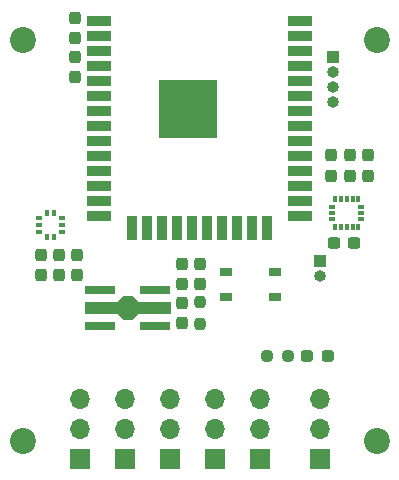
<source format=gts>
G04 #@! TF.GenerationSoftware,KiCad,Pcbnew,(6.0.1)*
G04 #@! TF.CreationDate,2022-07-28T15:49:31+09:00*
G04 #@! TF.ProjectId,Fc_stm32,46635f73-746d-4333-922e-6b696361645f,rev?*
G04 #@! TF.SameCoordinates,Original*
G04 #@! TF.FileFunction,Soldermask,Top*
G04 #@! TF.FilePolarity,Negative*
%FSLAX46Y46*%
G04 Gerber Fmt 4.6, Leading zero omitted, Abs format (unit mm)*
G04 Created by KiCad (PCBNEW (6.0.1)) date 2022-07-28 15:49:31*
%MOMM*%
%LPD*%
G01*
G04 APERTURE LIST*
G04 Aperture macros list*
%AMRoundRect*
0 Rectangle with rounded corners*
0 $1 Rounding radius*
0 $2 $3 $4 $5 $6 $7 $8 $9 X,Y pos of 4 corners*
0 Add a 4 corners polygon primitive as box body*
4,1,4,$2,$3,$4,$5,$6,$7,$8,$9,$2,$3,0*
0 Add four circle primitives for the rounded corners*
1,1,$1+$1,$2,$3*
1,1,$1+$1,$4,$5*
1,1,$1+$1,$6,$7*
1,1,$1+$1,$8,$9*
0 Add four rect primitives between the rounded corners*
20,1,$1+$1,$2,$3,$4,$5,0*
20,1,$1+$1,$4,$5,$6,$7,0*
20,1,$1+$1,$6,$7,$8,$9,0*
20,1,$1+$1,$8,$9,$2,$3,0*%
%AMFreePoly0*
4,1,13,0.900000,0.500000,3.600000,0.500000,3.600000,-0.500000,0.900000,-0.500000,0.400000,-1.000000,-0.400000,-1.000000,-0.900000,-0.500000,-3.600000,-0.500000,-3.600000,0.500000,-0.900000,0.500000,-0.400000,1.000000,0.400000,1.000000,0.900000,0.500000,0.900000,0.500000,$1*%
G04 Aperture macros list end*
%ADD10RoundRect,0.237500X0.237500X-0.300000X0.237500X0.300000X-0.237500X0.300000X-0.237500X-0.300000X0*%
%ADD11R,1.700000X1.700000*%
%ADD12O,1.700000X1.700000*%
%ADD13R,1.000000X1.000000*%
%ADD14O,1.000000X1.000000*%
%ADD15RoundRect,0.100000X0.100000X-0.175000X0.100000X0.175000X-0.100000X0.175000X-0.100000X-0.175000X0*%
%ADD16RoundRect,0.100000X0.175000X-0.100000X0.175000X0.100000X-0.175000X0.100000X-0.175000X-0.100000X0*%
%ADD17C,2.200000*%
%ADD18R,1.050000X0.650000*%
%ADD19R,2.500000X0.700000*%
%ADD20FreePoly0,0.000000*%
%ADD21RoundRect,0.237500X0.300000X0.237500X-0.300000X0.237500X-0.300000X-0.237500X0.300000X-0.237500X0*%
%ADD22RoundRect,0.237500X0.250000X0.237500X-0.250000X0.237500X-0.250000X-0.237500X0.250000X-0.237500X0*%
%ADD23RoundRect,0.237500X-0.237500X0.300000X-0.237500X-0.300000X0.237500X-0.300000X0.237500X0.300000X0*%
%ADD24RoundRect,0.237500X-0.237500X0.250000X-0.237500X-0.250000X0.237500X-0.250000X0.237500X0.250000X0*%
%ADD25R,2.000000X0.900000*%
%ADD26R,0.900000X2.000000*%
%ADD27R,5.000000X5.000000*%
%ADD28R,0.500000X0.300000*%
%ADD29R,0.300000X0.500000*%
%ADD30RoundRect,0.237500X0.287500X0.237500X-0.287500X0.237500X-0.287500X-0.237500X0.287500X-0.237500X0*%
G04 APERTURE END LIST*
D10*
X11125200Y-14527700D03*
X11125200Y-12802700D03*
D11*
X1270000Y-38466000D03*
D12*
X1270000Y-35926000D03*
X1270000Y-33386000D03*
D13*
X10160000Y-21717000D03*
D14*
X10160000Y-22987000D03*
D11*
X-2540000Y-38466000D03*
D12*
X-2540000Y-35926000D03*
X-2540000Y-33386000D03*
D10*
X0Y-23722500D03*
X0Y-21997500D03*
X-1524000Y-27024500D03*
X-1524000Y-25299500D03*
D15*
X-12949200Y-19685000D03*
X-12349200Y-19685000D03*
D16*
X-11684000Y-19269000D03*
X-11684000Y-18669000D03*
X-11684000Y-18069000D03*
D15*
X-12349200Y-17653000D03*
X-12949200Y-17653000D03*
D16*
X-13614400Y-18069000D03*
X-13614400Y-18669000D03*
X-13614400Y-19269000D03*
D10*
X14224000Y-14527700D03*
X14224000Y-12802700D03*
D17*
X-15000000Y-37000000D03*
X-15000000Y-3000000D03*
D18*
X6393000Y-22674000D03*
X2243000Y-22674000D03*
X6393000Y-24824000D03*
X2243000Y-24824000D03*
D17*
X15000000Y-3000000D03*
D10*
X-10414000Y-22960500D03*
X-10414000Y-21235500D03*
X-10541000Y-2894500D03*
X-10541000Y-1169500D03*
D13*
X11277600Y-4470400D03*
D14*
X11277600Y-5740400D03*
X11277600Y-7010400D03*
X11277600Y-8280400D03*
D19*
X-8446000Y-24204800D03*
D20*
X-6096000Y-25704800D03*
D19*
X-8446000Y-27204800D03*
X-3746000Y-27204800D03*
X-3746000Y-24204800D03*
D11*
X5080000Y-38466000D03*
D12*
X5080000Y-35926000D03*
X5080000Y-33386000D03*
D21*
X13105300Y-20193000D03*
X11380300Y-20193000D03*
D22*
X7516500Y-29819600D03*
X5691500Y-29819600D03*
D17*
X15000000Y-37000000D03*
D11*
X10160000Y-38466000D03*
D12*
X10160000Y-35926000D03*
X10160000Y-33386000D03*
D23*
X-10541000Y-4471500D03*
X-10541000Y-6196500D03*
D11*
X-6350000Y-38466000D03*
D12*
X-6350000Y-35926000D03*
X-6350000Y-33386000D03*
D10*
X-1524000Y-23722500D03*
X-1524000Y-21997500D03*
D11*
X-10160000Y-38466000D03*
D12*
X-10160000Y-35926000D03*
X-10160000Y-33386000D03*
D24*
X0Y-25249500D03*
X0Y-27074500D03*
D25*
X-8500000Y-1397000D03*
X-8500000Y-2667000D03*
X-8500000Y-3937000D03*
X-8500000Y-5207000D03*
X-8500000Y-6477000D03*
X-8500000Y-7747000D03*
X-8500000Y-9017000D03*
X-8500000Y-10287000D03*
X-8500000Y-11557000D03*
X-8500000Y-12827000D03*
X-8500000Y-14097000D03*
X-8500000Y-15367000D03*
X-8500000Y-16637000D03*
X-8500000Y-17907000D03*
D26*
X-5715000Y-18907000D03*
X-4445000Y-18907000D03*
X-3175000Y-18907000D03*
X-1905000Y-18907000D03*
X-635000Y-18907000D03*
X635000Y-18907000D03*
X1905000Y-18907000D03*
X3175000Y-18907000D03*
X4445000Y-18907000D03*
X5715000Y-18907000D03*
D25*
X8500000Y-17907000D03*
X8500000Y-16637000D03*
X8500000Y-15367000D03*
X8500000Y-14097000D03*
X8500000Y-12827000D03*
X8500000Y-11557000D03*
X8500000Y-10287000D03*
X8500000Y-9017000D03*
X8500000Y-7747000D03*
X8500000Y-6477000D03*
X8500000Y-5207000D03*
X8500000Y-3937000D03*
X8500000Y-2667000D03*
X8500000Y-1397000D03*
D27*
X-1000000Y-8897000D03*
D10*
X-11938000Y-22960500D03*
X-11938000Y-21235500D03*
X-13462000Y-22960500D03*
X-13462000Y-21235500D03*
D28*
X13646000Y-17153000D03*
X13646000Y-17653000D03*
X13646000Y-18153000D03*
D29*
X13446000Y-18853000D03*
X12946000Y-18853000D03*
X12446000Y-18853000D03*
X11946000Y-18853000D03*
X11446000Y-18853000D03*
D28*
X11246000Y-18153000D03*
X11246000Y-17653000D03*
X11246000Y-17153000D03*
D29*
X11446000Y-16453000D03*
X11946000Y-16453000D03*
X12446000Y-16453000D03*
X12946000Y-16453000D03*
X13446000Y-16453000D03*
D30*
X10831800Y-29819600D03*
X9081800Y-29819600D03*
D10*
X12750800Y-14527700D03*
X12750800Y-12802700D03*
M02*

</source>
